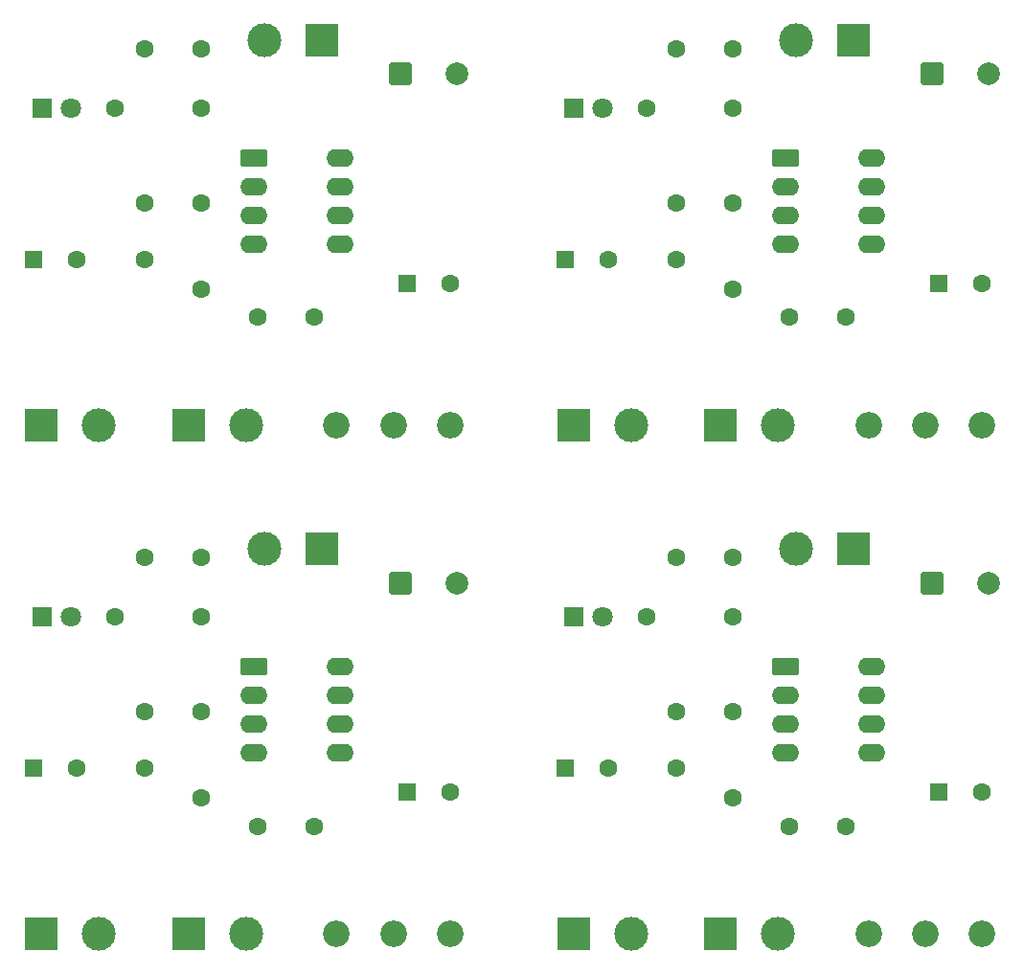
<source format=gbr>
%TF.GenerationSoftware,KiCad,Pcbnew,9.0.4*%
%TF.CreationDate,2025-08-26T10:36:07+02:00*%
%TF.ProjectId,TDA7267_2x2_panel,54444137-3236-4375-9f32-78325f70616e,rev?*%
%TF.SameCoordinates,Original*%
%TF.FileFunction,Soldermask,Bot*%
%TF.FilePolarity,Negative*%
%FSLAX46Y46*%
G04 Gerber Fmt 4.6, Leading zero omitted, Abs format (unit mm)*
G04 Created by KiCad (PCBNEW 9.0.4) date 2025-08-26 10:36:07*
%MOMM*%
%LPD*%
G01*
G04 APERTURE LIST*
G04 Aperture macros list*
%AMRoundRect*
0 Rectangle with rounded corners*
0 $1 Rounding radius*
0 $2 $3 $4 $5 $6 $7 $8 $9 X,Y pos of 4 corners*
0 Add a 4 corners polygon primitive as box body*
4,1,4,$2,$3,$4,$5,$6,$7,$8,$9,$2,$3,0*
0 Add four circle primitives for the rounded corners*
1,1,$1+$1,$2,$3*
1,1,$1+$1,$4,$5*
1,1,$1+$1,$6,$7*
1,1,$1+$1,$8,$9*
0 Add four rect primitives between the rounded corners*
20,1,$1+$1,$2,$3,$4,$5,0*
20,1,$1+$1,$4,$5,$6,$7,0*
20,1,$1+$1,$6,$7,$8,$9,0*
20,1,$1+$1,$8,$9,$2,$3,0*%
G04 Aperture macros list end*
%ADD10C,2.340000*%
%ADD11C,1.600000*%
%ADD12RoundRect,0.250000X-0.550000X-0.550000X0.550000X-0.550000X0.550000X0.550000X-0.550000X0.550000X0*%
%ADD13R,1.800000X1.800000*%
%ADD14C,1.800000*%
%ADD15R,3.000000X3.000000*%
%ADD16C,3.000000*%
%ADD17C,2.000000*%
%ADD18RoundRect,0.250000X-0.750000X-0.750000X0.750000X-0.750000X0.750000X0.750000X-0.750000X0.750000X0*%
%ADD19O,2.400000X1.600000*%
%ADD20RoundRect,0.250000X-0.950000X-0.550000X0.950000X-0.550000X0.950000X0.550000X-0.950000X0.550000X0*%
G04 APERTURE END LIST*
D10*
%TO.C,RV1*%
X176000000Y-96500000D03*
X181000000Y-96500000D03*
X186000000Y-96500000D03*
%TD*%
%TO.C,RV1*%
X129000000Y-96500000D03*
X134000000Y-96500000D03*
X139000000Y-96500000D03*
%TD*%
%TO.C,RV1*%
X186000000Y-141500000D03*
X181000000Y-141500000D03*
X176000000Y-141500000D03*
%TD*%
D11*
%TO.C,C2*%
X138997349Y-84000000D03*
D12*
X135197349Y-84000000D03*
%TD*%
D11*
%TO.C,C3*%
X112000000Y-76880000D03*
X112000000Y-81880000D03*
%TD*%
%TO.C,R1*%
X117000000Y-76880000D03*
X117000000Y-84500000D03*
%TD*%
D13*
%TO.C,D1*%
X149960000Y-68500000D03*
D14*
X152500000Y-68500000D03*
%TD*%
D11*
%TO.C,C5*%
X159000000Y-63250000D03*
X164000000Y-63250000D03*
%TD*%
D15*
%TO.C,OUT1*%
X174690000Y-62500000D03*
D16*
X169610000Y-62500000D03*
%TD*%
D11*
%TO.C,C3*%
X159000000Y-81880000D03*
X159000000Y-76880000D03*
%TD*%
D17*
%TO.C,C6*%
X139632323Y-65500000D03*
D18*
X134632323Y-65500000D03*
%TD*%
D15*
%TO.C,IN1*%
X162920000Y-96500000D03*
D16*
X168000000Y-96500000D03*
%TD*%
D11*
%TO.C,C4*%
X106000000Y-81880000D03*
D12*
X102200000Y-81880000D03*
%TD*%
D11*
%TO.C,R1*%
X164000000Y-84500000D03*
X164000000Y-76880000D03*
%TD*%
%TO.C,C1*%
X122000000Y-87000000D03*
X127000000Y-87000000D03*
%TD*%
D19*
%TO.C,U1*%
X129310000Y-72880000D03*
X129310000Y-75420000D03*
X129310000Y-77960000D03*
X129310000Y-80500000D03*
X121690000Y-80500000D03*
X121690000Y-77960000D03*
X121690000Y-75420000D03*
D20*
X121690000Y-72880000D03*
%TD*%
D14*
%TO.C,D1*%
X105500000Y-68500000D03*
D13*
X102960000Y-68500000D03*
%TD*%
D16*
%TO.C,IN1*%
X121000000Y-96500000D03*
D15*
X115920000Y-96500000D03*
%TD*%
D11*
%TO.C,C5*%
X117000000Y-63250000D03*
X112000000Y-63250000D03*
%TD*%
D16*
%TO.C,OUT1*%
X122610000Y-62500000D03*
D15*
X127690000Y-62500000D03*
%TD*%
D13*
%TO.C,D1*%
X102960000Y-113500000D03*
D14*
X105500000Y-113500000D03*
%TD*%
D12*
%TO.C,C2*%
X135197349Y-129000000D03*
D11*
X138997349Y-129000000D03*
%TD*%
D15*
%TO.C,IN1*%
X115920000Y-141500000D03*
D16*
X121000000Y-141500000D03*
%TD*%
D11*
%TO.C,R1*%
X117000000Y-129500000D03*
X117000000Y-121880000D03*
%TD*%
%TO.C,C1*%
X127000000Y-132000000D03*
X122000000Y-132000000D03*
%TD*%
D16*
%TO.C,OUT1*%
X122610000Y-107500000D03*
D15*
X127690000Y-107500000D03*
%TD*%
D20*
%TO.C,U1*%
X121690000Y-117880000D03*
D19*
X121690000Y-120420000D03*
X121690000Y-122960000D03*
X121690000Y-125500000D03*
X129310000Y-125500000D03*
X129310000Y-122960000D03*
X129310000Y-120420000D03*
X129310000Y-117880000D03*
%TD*%
D11*
%TO.C,R2*%
X109380000Y-113500000D03*
X117000000Y-113500000D03*
%TD*%
D15*
%TO.C,VCC1*%
X102920000Y-141500000D03*
D16*
X108000000Y-141500000D03*
%TD*%
D11*
%TO.C,C5*%
X112000000Y-108250000D03*
X117000000Y-108250000D03*
%TD*%
%TO.C,R1*%
X164000000Y-121880000D03*
X164000000Y-129500000D03*
%TD*%
D15*
%TO.C,OUT1*%
X174690000Y-107500000D03*
D16*
X169610000Y-107500000D03*
%TD*%
D18*
%TO.C,C6*%
X134632323Y-110500000D03*
D17*
X139632323Y-110500000D03*
%TD*%
D12*
%TO.C,C4*%
X102200000Y-126880000D03*
D11*
X106000000Y-126880000D03*
%TD*%
D10*
%TO.C,RV1*%
X139000000Y-141500000D03*
X134000000Y-141500000D03*
X129000000Y-141500000D03*
%TD*%
D11*
%TO.C,C3*%
X159000000Y-121880000D03*
X159000000Y-126880000D03*
%TD*%
D16*
%TO.C,IN1*%
X168000000Y-141500000D03*
D15*
X162920000Y-141500000D03*
%TD*%
D14*
%TO.C,D1*%
X152500000Y-113500000D03*
D13*
X149960000Y-113500000D03*
%TD*%
D12*
%TO.C,C2*%
X182197349Y-84000000D03*
D11*
X185997349Y-84000000D03*
%TD*%
%TO.C,R2*%
X156380000Y-68500000D03*
X164000000Y-68500000D03*
%TD*%
D18*
%TO.C,C6*%
X181632323Y-65500000D03*
D17*
X186632323Y-65500000D03*
%TD*%
D12*
%TO.C,C4*%
X149200000Y-81880000D03*
D11*
X153000000Y-81880000D03*
%TD*%
%TO.C,C3*%
X112000000Y-126880000D03*
X112000000Y-121880000D03*
%TD*%
D20*
%TO.C,U1*%
X168690000Y-72880000D03*
D19*
X168690000Y-75420000D03*
X168690000Y-77960000D03*
X168690000Y-80500000D03*
X176310000Y-80500000D03*
X176310000Y-77960000D03*
X176310000Y-75420000D03*
X176310000Y-72880000D03*
%TD*%
D11*
%TO.C,C1*%
X174000000Y-87000000D03*
X169000000Y-87000000D03*
%TD*%
D15*
%TO.C,VCC1*%
X149920000Y-96500000D03*
D16*
X155000000Y-96500000D03*
%TD*%
%TO.C,VCC1*%
X155000000Y-141500000D03*
D15*
X149920000Y-141500000D03*
%TD*%
D19*
%TO.C,U1*%
X176310000Y-117880000D03*
X176310000Y-120420000D03*
X176310000Y-122960000D03*
X176310000Y-125500000D03*
X168690000Y-125500000D03*
X168690000Y-122960000D03*
X168690000Y-120420000D03*
D20*
X168690000Y-117880000D03*
%TD*%
D11*
%TO.C,C1*%
X169000000Y-132000000D03*
X174000000Y-132000000D03*
%TD*%
%TO.C,C2*%
X185997349Y-129000000D03*
D12*
X182197349Y-129000000D03*
%TD*%
D11*
%TO.C,C5*%
X164000000Y-108250000D03*
X159000000Y-108250000D03*
%TD*%
%TO.C,R2*%
X164000000Y-113500000D03*
X156380000Y-113500000D03*
%TD*%
D17*
%TO.C,C6*%
X186632323Y-110500000D03*
D18*
X181632323Y-110500000D03*
%TD*%
D11*
%TO.C,C4*%
X153000000Y-126880000D03*
D12*
X149200000Y-126880000D03*
%TD*%
D11*
%TO.C,R2*%
X117000000Y-68500000D03*
X109380000Y-68500000D03*
%TD*%
D16*
%TO.C,VCC1*%
X108000000Y-96500000D03*
D15*
X102920000Y-96500000D03*
%TD*%
M02*

</source>
